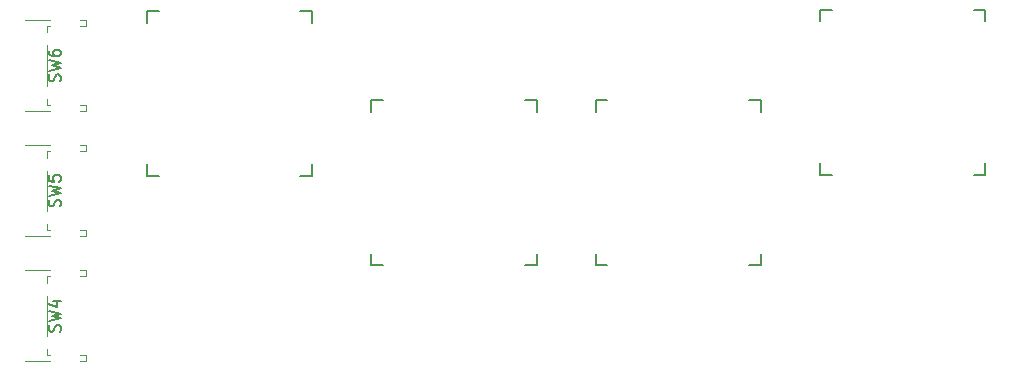
<source format=gbr>
%TF.GenerationSoftware,KiCad,Pcbnew,9.0.0*%
%TF.CreationDate,2025-05-10T10:01:21-07:00*%
%TF.ProjectId,c7k-left-hand,63376b2d-6c65-4667-942d-68616e642e6b,rev?*%
%TF.SameCoordinates,Original*%
%TF.FileFunction,Legend,Top*%
%TF.FilePolarity,Positive*%
%FSLAX46Y46*%
G04 Gerber Fmt 4.6, Leading zero omitted, Abs format (unit mm)*
G04 Created by KiCad (PCBNEW 9.0.0) date 2025-05-10 10:01:21*
%MOMM*%
%LPD*%
G01*
G04 APERTURE LIST*
%ADD10C,0.150000*%
%ADD11C,0.120000*%
G04 APERTURE END LIST*
D10*
X164649700Y-98158332D02*
X164697319Y-98015475D01*
X164697319Y-98015475D02*
X164697319Y-97777380D01*
X164697319Y-97777380D02*
X164649700Y-97682142D01*
X164649700Y-97682142D02*
X164602080Y-97634523D01*
X164602080Y-97634523D02*
X164506842Y-97586904D01*
X164506842Y-97586904D02*
X164411604Y-97586904D01*
X164411604Y-97586904D02*
X164316366Y-97634523D01*
X164316366Y-97634523D02*
X164268747Y-97682142D01*
X164268747Y-97682142D02*
X164221128Y-97777380D01*
X164221128Y-97777380D02*
X164173509Y-97967856D01*
X164173509Y-97967856D02*
X164125890Y-98063094D01*
X164125890Y-98063094D02*
X164078271Y-98110713D01*
X164078271Y-98110713D02*
X163983033Y-98158332D01*
X163983033Y-98158332D02*
X163887795Y-98158332D01*
X163887795Y-98158332D02*
X163792557Y-98110713D01*
X163792557Y-98110713D02*
X163744938Y-98063094D01*
X163744938Y-98063094D02*
X163697319Y-97967856D01*
X163697319Y-97967856D02*
X163697319Y-97729761D01*
X163697319Y-97729761D02*
X163744938Y-97586904D01*
X163697319Y-97253570D02*
X164697319Y-97015475D01*
X164697319Y-97015475D02*
X163983033Y-96824999D01*
X163983033Y-96824999D02*
X164697319Y-96634523D01*
X164697319Y-96634523D02*
X163697319Y-96396428D01*
X164030652Y-95586904D02*
X164697319Y-95586904D01*
X163649700Y-95824999D02*
X164363985Y-96063094D01*
X164363985Y-96063094D02*
X164363985Y-95444047D01*
X164649700Y-87558332D02*
X164697319Y-87415475D01*
X164697319Y-87415475D02*
X164697319Y-87177380D01*
X164697319Y-87177380D02*
X164649700Y-87082142D01*
X164649700Y-87082142D02*
X164602080Y-87034523D01*
X164602080Y-87034523D02*
X164506842Y-86986904D01*
X164506842Y-86986904D02*
X164411604Y-86986904D01*
X164411604Y-86986904D02*
X164316366Y-87034523D01*
X164316366Y-87034523D02*
X164268747Y-87082142D01*
X164268747Y-87082142D02*
X164221128Y-87177380D01*
X164221128Y-87177380D02*
X164173509Y-87367856D01*
X164173509Y-87367856D02*
X164125890Y-87463094D01*
X164125890Y-87463094D02*
X164078271Y-87510713D01*
X164078271Y-87510713D02*
X163983033Y-87558332D01*
X163983033Y-87558332D02*
X163887795Y-87558332D01*
X163887795Y-87558332D02*
X163792557Y-87510713D01*
X163792557Y-87510713D02*
X163744938Y-87463094D01*
X163744938Y-87463094D02*
X163697319Y-87367856D01*
X163697319Y-87367856D02*
X163697319Y-87129761D01*
X163697319Y-87129761D02*
X163744938Y-86986904D01*
X163697319Y-86653570D02*
X164697319Y-86415475D01*
X164697319Y-86415475D02*
X163983033Y-86224999D01*
X163983033Y-86224999D02*
X164697319Y-86034523D01*
X164697319Y-86034523D02*
X163697319Y-85796428D01*
X163697319Y-84939285D02*
X163697319Y-85415475D01*
X163697319Y-85415475D02*
X164173509Y-85463094D01*
X164173509Y-85463094D02*
X164125890Y-85415475D01*
X164125890Y-85415475D02*
X164078271Y-85320237D01*
X164078271Y-85320237D02*
X164078271Y-85082142D01*
X164078271Y-85082142D02*
X164125890Y-84986904D01*
X164125890Y-84986904D02*
X164173509Y-84939285D01*
X164173509Y-84939285D02*
X164268747Y-84891666D01*
X164268747Y-84891666D02*
X164506842Y-84891666D01*
X164506842Y-84891666D02*
X164602080Y-84939285D01*
X164602080Y-84939285D02*
X164649700Y-84986904D01*
X164649700Y-84986904D02*
X164697319Y-85082142D01*
X164697319Y-85082142D02*
X164697319Y-85320237D01*
X164697319Y-85320237D02*
X164649700Y-85415475D01*
X164649700Y-85415475D02*
X164602080Y-85463094D01*
X164649700Y-76958332D02*
X164697319Y-76815475D01*
X164697319Y-76815475D02*
X164697319Y-76577380D01*
X164697319Y-76577380D02*
X164649700Y-76482142D01*
X164649700Y-76482142D02*
X164602080Y-76434523D01*
X164602080Y-76434523D02*
X164506842Y-76386904D01*
X164506842Y-76386904D02*
X164411604Y-76386904D01*
X164411604Y-76386904D02*
X164316366Y-76434523D01*
X164316366Y-76434523D02*
X164268747Y-76482142D01*
X164268747Y-76482142D02*
X164221128Y-76577380D01*
X164221128Y-76577380D02*
X164173509Y-76767856D01*
X164173509Y-76767856D02*
X164125890Y-76863094D01*
X164125890Y-76863094D02*
X164078271Y-76910713D01*
X164078271Y-76910713D02*
X163983033Y-76958332D01*
X163983033Y-76958332D02*
X163887795Y-76958332D01*
X163887795Y-76958332D02*
X163792557Y-76910713D01*
X163792557Y-76910713D02*
X163744938Y-76863094D01*
X163744938Y-76863094D02*
X163697319Y-76767856D01*
X163697319Y-76767856D02*
X163697319Y-76529761D01*
X163697319Y-76529761D02*
X163744938Y-76386904D01*
X163697319Y-76053570D02*
X164697319Y-75815475D01*
X164697319Y-75815475D02*
X163983033Y-75624999D01*
X163983033Y-75624999D02*
X164697319Y-75434523D01*
X164697319Y-75434523D02*
X163697319Y-75196428D01*
X163697319Y-74386904D02*
X163697319Y-74577380D01*
X163697319Y-74577380D02*
X163744938Y-74672618D01*
X163744938Y-74672618D02*
X163792557Y-74720237D01*
X163792557Y-74720237D02*
X163935414Y-74815475D01*
X163935414Y-74815475D02*
X164125890Y-74863094D01*
X164125890Y-74863094D02*
X164506842Y-74863094D01*
X164506842Y-74863094D02*
X164602080Y-74815475D01*
X164602080Y-74815475D02*
X164649700Y-74767856D01*
X164649700Y-74767856D02*
X164697319Y-74672618D01*
X164697319Y-74672618D02*
X164697319Y-74482142D01*
X164697319Y-74482142D02*
X164649700Y-74386904D01*
X164649700Y-74386904D02*
X164602080Y-74339285D01*
X164602080Y-74339285D02*
X164506842Y-74291666D01*
X164506842Y-74291666D02*
X164268747Y-74291666D01*
X164268747Y-74291666D02*
X164173509Y-74339285D01*
X164173509Y-74339285D02*
X164125890Y-74386904D01*
X164125890Y-74386904D02*
X164078271Y-74482142D01*
X164078271Y-74482142D02*
X164078271Y-74672618D01*
X164078271Y-74672618D02*
X164125890Y-74767856D01*
X164125890Y-74767856D02*
X164173509Y-74815475D01*
X164173509Y-74815475D02*
X164268747Y-74863094D01*
D11*
%TO.C,SW4*%
X166872500Y-100685000D02*
X166872500Y-100165000D01*
X166872500Y-93485000D02*
X166872500Y-92965000D01*
X166362500Y-100685000D02*
X166872500Y-100685000D01*
X166362500Y-100165000D02*
X166872500Y-100165000D01*
X166362500Y-93485000D02*
X166872500Y-93485000D01*
X166362500Y-92965000D02*
X166872500Y-92965000D01*
X163532500Y-100165000D02*
X163762500Y-100165000D01*
X163532500Y-100165000D02*
X163532500Y-99625000D01*
X163532500Y-98525000D02*
X163532500Y-95125000D01*
X163532500Y-94025000D02*
X163532500Y-93485000D01*
X163532500Y-93485000D02*
X163762500Y-93485000D01*
X161662500Y-100685000D02*
X163762500Y-100685000D01*
X161662500Y-92965000D02*
X163762500Y-92965000D01*
%TO.C,SW5*%
X166872500Y-90085000D02*
X166872500Y-89565000D01*
X166872500Y-82885000D02*
X166872500Y-82365000D01*
X166362500Y-90085000D02*
X166872500Y-90085000D01*
X166362500Y-89565000D02*
X166872500Y-89565000D01*
X166362500Y-82885000D02*
X166872500Y-82885000D01*
X166362500Y-82365000D02*
X166872500Y-82365000D01*
X163532500Y-89565000D02*
X163762500Y-89565000D01*
X163532500Y-89565000D02*
X163532500Y-89025000D01*
X163532500Y-87925000D02*
X163532500Y-84525000D01*
X163532500Y-83425000D02*
X163532500Y-82885000D01*
X163532500Y-82885000D02*
X163762500Y-82885000D01*
X161662500Y-90085000D02*
X163762500Y-90085000D01*
X161662500Y-82365000D02*
X163762500Y-82365000D01*
D10*
%TO.C,SW0*%
X186000000Y-85000000D02*
X185000000Y-85000000D01*
X186000000Y-84000000D02*
X186000000Y-85000000D01*
X186000000Y-71000000D02*
X186000000Y-72000000D01*
X186000000Y-71000000D02*
X185000000Y-71000000D01*
X185000000Y-85000000D02*
X186000000Y-85000000D01*
X173000000Y-71000000D02*
X172000000Y-71000000D01*
X172000000Y-85000000D02*
X173000000Y-85000000D01*
X172000000Y-85000000D02*
X172000000Y-84000000D01*
X172000000Y-72000000D02*
X172000000Y-71000000D01*
D11*
%TO.C,SW6*%
X166872500Y-79485000D02*
X166872500Y-78965000D01*
X166872500Y-72285000D02*
X166872500Y-71765000D01*
X166362500Y-79485000D02*
X166872500Y-79485000D01*
X166362500Y-78965000D02*
X166872500Y-78965000D01*
X166362500Y-72285000D02*
X166872500Y-72285000D01*
X166362500Y-71765000D02*
X166872500Y-71765000D01*
X163532500Y-78965000D02*
X163762500Y-78965000D01*
X163532500Y-78965000D02*
X163532500Y-78425000D01*
X163532500Y-77325000D02*
X163532500Y-73925000D01*
X163532500Y-72825000D02*
X163532500Y-72285000D01*
X163532500Y-72285000D02*
X163762500Y-72285000D01*
X161662500Y-79485000D02*
X163762500Y-79485000D01*
X161662500Y-71765000D02*
X163762500Y-71765000D01*
D10*
%TO.C,SW2*%
X224000000Y-92550000D02*
X223000000Y-92550000D01*
X224000000Y-91550000D02*
X224000000Y-92550000D01*
X224000000Y-78550000D02*
X224000000Y-79550000D01*
X224000000Y-78550000D02*
X223000000Y-78550000D01*
X223000000Y-92550000D02*
X224000000Y-92550000D01*
X211000000Y-78550000D02*
X210000000Y-78550000D01*
X210000000Y-92550000D02*
X211000000Y-92550000D01*
X210000000Y-92550000D02*
X210000000Y-91550000D01*
X210000000Y-79550000D02*
X210000000Y-78550000D01*
%TO.C,SW3*%
X243000000Y-84900000D02*
X242000000Y-84900000D01*
X243000000Y-83900000D02*
X243000000Y-84900000D01*
X243000000Y-70900000D02*
X243000000Y-71900000D01*
X243000000Y-70900000D02*
X242000000Y-70900000D01*
X242000000Y-84900000D02*
X243000000Y-84900000D01*
X230000000Y-70900000D02*
X229000000Y-70900000D01*
X229000000Y-84900000D02*
X230000000Y-84900000D01*
X229000000Y-84900000D02*
X229000000Y-83900000D01*
X229000000Y-71900000D02*
X229000000Y-70900000D01*
%TO.C,SW1*%
X205000000Y-92550000D02*
X204000000Y-92550000D01*
X205000000Y-91550000D02*
X205000000Y-92550000D01*
X205000000Y-78550000D02*
X205000000Y-79550000D01*
X205000000Y-78550000D02*
X204000000Y-78550000D01*
X204000000Y-92550000D02*
X205000000Y-92550000D01*
X192000000Y-78550000D02*
X191000000Y-78550000D01*
X191000000Y-92550000D02*
X192000000Y-92550000D01*
X191000000Y-92550000D02*
X191000000Y-91550000D01*
X191000000Y-79550000D02*
X191000000Y-78550000D01*
%TD*%
M02*

</source>
